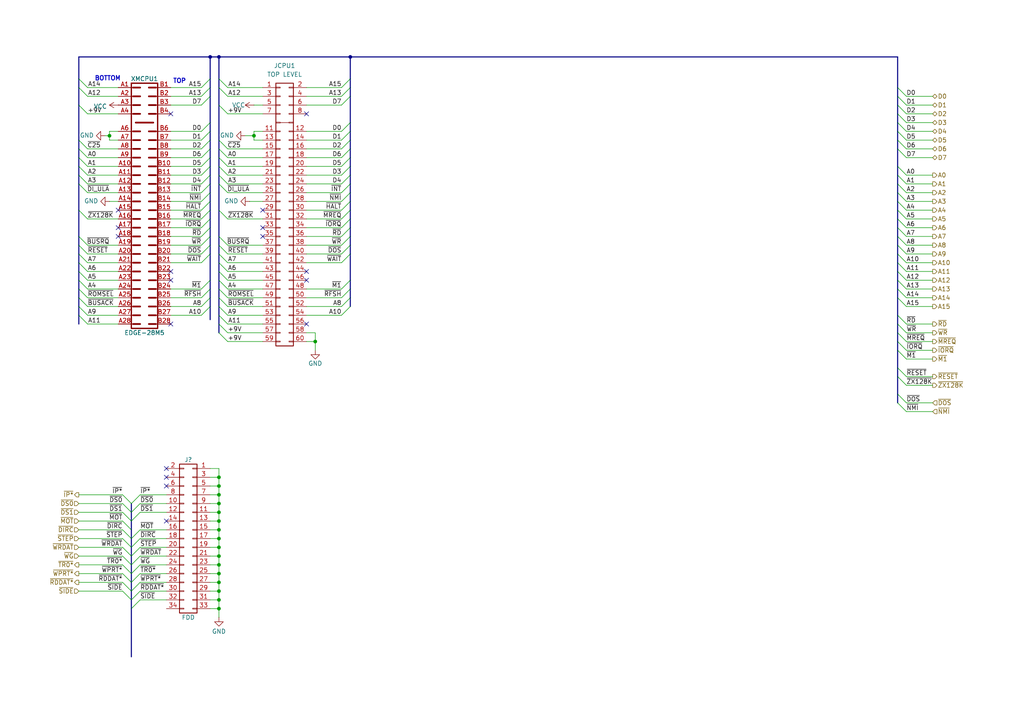
<source format=kicad_sch>
(kicad_sch (version 20231120) (generator "eeschema") (generator_version "8.0")
  (paper "A4")
  (title_block (title "ZX-Pentagon-Pereferal") (date "2024-03-19") (rev "0.01"))
  (lib_symbols
    (symbol "edge_lib:EDGE-28M5" (pin_names (offset 1.016))
      (property "Reference" "XM" (at 0 39.37 0))
      (property "Value" "EDGE-28M5" (at 0 -39.37 0))
      (symbol "EDGE-28M5_1_1"
        (pin passive line (at -7.62 34.29 0) (length 3.81) (name "~") (number "A1"))
        (pin passive line (at -7.62 11.43 0) (length 3.81) (name "~") (number "A10"))
        (pin passive line (at -7.62 8.89 0) (length 3.81) (name "~") (number "A11"))
        (pin passive line (at -7.62 6.35 0) (length 3.81) (name "~") (number "A12"))
        (pin passive line (at -7.62 3.81 0) (length 3.81) (name "~") (number "A13"))
        (pin passive line (at -7.62 1.27 0) (length 3.81) (name "~") (number "A14"))
        (pin passive line (at -7.62 -1.27 0) (length 3.81) (name "~") (number "A15"))
        (pin passive line (at -7.62 -3.81 0) (length 3.81) (name "~") (number "A16"))
        (pin passive line (at -7.62 -6.35 0) (length 3.81) (name "~") (number "A17"))
        (pin passive line (at -7.62 -8.89 0) (length 3.81) (name "~") (number "A18"))
        (pin passive line (at -7.62 -11.43 0) (length 3.81) (name "~") (number "A19"))
        (pin passive line (at -7.62 31.75 0) (length 3.81) (name "~") (number "A2"))
        (pin passive line (at -7.62 -13.97 0) (length 3.81) (name "~") (number "A20"))
        (pin passive line (at -7.62 -16.51 0) (length 3.81) (name "~") (number "A21"))
        (pin passive line (at -7.62 -19.05 0) (length 3.81) (name "~") (number "A22"))
        (pin passive line (at -7.62 -21.59 0) (length 3.81) (name "~") (number "A23"))
        (pin passive line (at -7.62 -24.13 0) (length 3.81) (name "~") (number "A24"))
        (pin passive line (at -7.62 -26.67 0) (length 3.81) (name "~") (number "A25"))
        (pin passive line (at -7.62 -29.21 0) (length 3.81) (name "~") (number "A26"))
        (pin passive line (at -7.62 -31.75 0) (length 3.81) (name "~") (number "A27"))
        (pin passive line (at -7.62 -34.29 0) (length 3.81) (name "~") (number "A28"))
        (pin passive line (at -7.62 29.21 0) (length 3.81) (name "~") (number "A3"))
        (pin passive line (at -7.62 26.67 0) (length 3.81) (name "~") (number "A4"))
        (pin passive line (at -7.62 21.59 0) (length 3.81) (name "~") (number "A6"))
        (pin passive line (at -7.62 19.05 0) (length 3.81) (name "~") (number "A7"))
        (pin passive line (at -7.62 16.51 0) (length 3.81) (name "~") (number "A8"))
        (pin passive line (at -7.62 13.97 0) (length 3.81) (name "~") (number "A9"))
        (pin passive line (at 7.62 34.29 180) (length 3.81) (name "~") (number "B1"))
        (pin passive line (at 7.62 11.43 180) (length 3.81) (name "~") (number "B10"))
        (pin passive line (at 7.62 8.89 180) (length 3.81) (name "~") (number "B11"))
        (pin passive line (at 7.62 6.35 180) (length 3.81) (name "~") (number "B12"))
        (pin passive line (at 7.62 3.81 180) (length 3.81) (name "~") (number "B13"))
        (pin passive line (at 7.62 1.27 180) (length 3.81) (name "~") (number "B14"))
        (pin passive line (at 7.62 -1.27 180) (length 3.81) (name "~") (number "B15"))
        (pin passive line (at 7.62 -3.81 180) (length 3.81) (name "~") (number "B16"))
        (pin passive line (at 7.62 -6.35 180) (length 3.81) (name "~") (number "B17"))
        (pin passive line (at 7.62 -8.89 180) (length 3.81) (name "~") (number "B18"))
        (pin passive line (at 7.62 -11.43 180) (length 3.81) (name "~") (number "B19"))
        (pin passive line (at 7.62 31.75 180) (length 3.81) (name "~") (number "B2"))
        (pin passive line (at 7.62 -13.97 180) (length 3.81) (name "~") (number "B20"))
        (pin passive line (at 7.62 -16.51 180) (length 3.81) (name "~") (number "B21"))
        (pin passive line (at 7.62 -19.05 180) (length 3.81) (name "~") (number "B22"))
        (pin passive line (at 7.62 -21.59 180) (length 3.81) (name "~") (number "B23"))
        (pin passive line (at 7.62 -24.13 180) (length 3.81) (name "~") (number "B24"))
        (pin passive line (at 7.62 -26.67 180) (length 3.81) (name "~") (number "B25"))
        (pin passive line (at 7.62 -29.21 180) (length 3.81) (name "~") (number "B26"))
        (pin passive line (at 7.62 -31.75 180) (length 3.81) (name "~") (number "B27"))
        (pin passive line (at 7.62 -34.29 180) (length 3.81) (name "~") (number "B28"))
        (pin passive line (at 7.62 29.21 180) (length 3.81) (name "~") (number "B3"))
        (pin passive line (at 7.62 26.67 180) (length 3.81) (name "~") (number "B4"))
        (pin passive line (at 7.62 21.59 180) (length 3.81) (name "~") (number "B6"))
        (pin passive line (at 7.62 19.05 180) (length 3.81) (name "~") (number "B7"))
        (pin passive line (at 7.62 16.51 180) (length 3.81) (name "~") (number "B8"))
        (pin passive line (at 7.62 13.97 180) (length 3.81) (name "~") (number "B9"))
      )
    )
    (symbol "power:GND" (power) (pin_numbers hide) (pin_names (offset 0) hide)
      (property "Value" "GND" (at 0 -3.81 0))
      (symbol "GND_1_1"
        (pin power_in line (at 0 0 270) (length 0) (name "~") (number "1"))
      )
    )
    (symbol "power:VCC" (power) (pin_numbers hide) (pin_names (offset 0) hide)
      (property "Value" "VCC" (at 0 3.556 0))
      (symbol "VCC_1_1"
        (pin power_in line (at 0 0 90) (length 0) (name "~") (number "1"))
      )
    )
    (symbol "zx_custom_symbol:Conn_02x17_Odd_Even" (pin_names (offset 1.016) hide)
      (property "Reference" "J" (at 0 22.86 0))
      (property "Value" "Conn_02x17_Odd_Even" (at 0 -22.86 0))
      (symbol "Conn_02x17_Odd_Even_1_1"
        (pin passive line (at -6.35 20.32 0) (length 3.81) (name "Pin_1") (number "1"))
        (pin passive line (at 6.35 10.16 180) (length 3.81) (name "Pin_10") (number "10"))
        (pin passive line (at -6.35 7.62 0) (length 3.81) (name "Pin_11") (number "11"))
        (pin passive line (at 6.35 7.62 180) (length 3.81) (name "Pin_12") (number "12"))
        (pin passive line (at -6.35 5.08 0) (length 3.81) (name "Pin_13") (number "13"))
        (pin passive line (at 6.35 5.08 180) (length 3.81) (name "Pin_14") (number "14"))
        (pin passive line (at -6.35 2.54 0) (length 3.81) (name "Pin_15") (number "15"))
        (pin passive line (at 6.35 2.54 180) (length 3.81) (name "Pin_16") (number "16"))
        (pin passive line (at -6.35 0 0) (length 3.81) (name "Pin_17") (number "17"))
        (pin passive line (at 6.35 0 180) (length 3.81) (name "Pin_18") (number "18"))
        (pin passive line (at -6.35 -2.54 0) (length 3.81) (name "Pin_19") (number "19"))
        (pin passive line (at 6.35 20.32 180) (length 3.81) (name "Pin_2") (number "2"))
        (pin passive line (at 6.35 -2.54 180) (length 3.81) (name "Pin_20") (number "20"))
        (pin passive line (at -6.35 -5.08 0) (length 3.81) (name "Pin_21") (number "21"))
        (pin passive line (at 6.35 -5.08 180) (length 3.81) (name "Pin_22") (number "22"))
        (pin passive line (at -6.35 -7.62 0) (length 3.81) (name "Pin_23") (number "23"))
        (pin passive line (at 6.35 -7.62 180) (length 3.81) (name "Pin_24") (number "24"))
        (pin passive line (at -6.35 -10.16 0) (length 3.81) (name "Pin_25") (number "25"))
        (pin passive line (at 6.35 -10.16 180) (length 3.81) (name "Pin_26") (number "26"))
        (pin passive line (at -6.35 -12.7 0) (length 3.81) (name "Pin_27") (number "27"))
        (pin passive line (at 6.35 -12.7 180) (length 3.81) (name "Pin_28") (number "28"))
        (pin passive line (at -6.35 -15.24 0) (length 3.81) (name "Pin_29") (number "29"))
        (pin passive line (at -6.35 17.78 0) (length 3.81) (name "Pin_3") (number "3"))
        (pin passive line (at 6.35 -15.24 180) (length 3.81) (name "Pin_30") (number "30"))
        (pin passive line (at -6.35 -17.78 0) (length 3.81) (name "Pin_31") (number "31"))
        (pin passive line (at 6.35 -17.78 180) (length 3.81) (name "Pin_32") (number "32"))
        (pin passive line (at -6.35 -20.32 0) (length 3.81) (name "Pin_33") (number "33"))
        (pin passive line (at 6.35 -20.32 180) (length 3.81) (name "Pin_34") (number "34"))
        (pin passive line (at 6.35 17.78 180) (length 3.81) (name "Pin_4") (number "4"))
        (pin passive line (at -6.35 15.24 0) (length 3.81) (name "Pin_5") (number "5"))
        (pin passive line (at 6.35 15.24 180) (length 3.81) (name "Pin_6") (number "6"))
        (pin passive line (at -6.35 12.7 0) (length 3.81) (name "Pin_7") (number "7"))
        (pin passive line (at 6.35 12.7 180) (length 3.81) (name "Pin_8") (number "8"))
        (pin passive line (at -6.35 10.16 0) (length 3.81) (name "Pin_9") (number "9"))
      )
    )
    (symbol "zx_custom_symbol:Conn_02x30" (pin_names (offset 1.016) hide)
      (property "Reference" "J" (at 0 39.37 0))
      (property "Value" "Conn_02x30" (at 0 -39.37 0))
      (symbol "Conn_02x30_1_1"
        (pin passive line (at -6.35 36.83 0) (length 3.81) (name "Pin_1") (number "1"))
        (pin passive line (at -6.35 24.13 0) (length 3.81) (name "Pin_11") (number "11"))
        (pin passive line (at 6.35 24.13 180) (length 3.81) (name "Pin_12") (number "12"))
        (pin passive line (at -6.35 21.59 0) (length 3.81) (name "Pin_13") (number "13"))
        (pin passive line (at 6.35 21.59 180) (length 3.81) (name "Pin_14") (number "14"))
        (pin passive line (at -6.35 19.05 0) (length 3.81) (name "Pin_15") (number "15"))
        (pin passive line (at 6.35 19.05 180) (length 3.81) (name "Pin_16") (number "16"))
        (pin passive line (at -6.35 16.51 0) (length 3.81) (name "Pin_17") (number "17"))
        (pin passive line (at 6.35 16.51 180) (length 3.81) (name "Pin_18") (number "18"))
        (pin passive line (at -6.35 13.97 0) (length 3.81) (name "Pin_19") (number "19"))
        (pin passive line (at 6.35 36.83 180) (length 3.81) (name "Pin_2") (number "2"))
        (pin passive line (at 6.35 13.97 180) (length 3.81) (name "Pin_20") (number "20"))
        (pin passive line (at -6.35 11.43 0) (length 3.81) (name "Pin_21") (number "21"))
        (pin passive line (at 6.35 11.43 180) (length 3.81) (name "Pin_22") (number "22"))
        (pin passive line (at -6.35 8.89 0) (length 3.81) (name "Pin_23") (number "23"))
        (pin passive line (at 6.35 8.89 180) (length 3.81) (name "Pin_24") (number "24"))
        (pin passive line (at -6.35 6.35 0) (length 3.81) (name "Pin_25") (number "25"))
        (pin passive line (at 6.35 6.35 180) (length 3.81) (name "Pin_26") (number "26"))
        (pin passive line (at -6.35 3.81 0) (length 3.81) (name "Pin_27") (number "27"))
        (pin passive line (at 6.35 3.81 180) (length 3.81) (name "Pin_28") (number "28"))
        (pin passive line (at -6.35 1.27 0) (length 3.81) (name "Pin_29") (number "29"))
        (pin passive line (at -6.35 34.29 0) (length 3.81) (name "Pin_3") (number "3"))
        (pin passive line (at 6.35 1.27 180) (length 3.81) (name "Pin_30") (number "30"))
        (pin passive line (at -6.35 -1.27 0) (length 3.81) (name "Pin_31") (number "31"))
        (pin passive line (at 6.35 -1.27 180) (length 3.81) (name "Pin_32") (number "32"))
        (pin passive line (at -6.35 -3.81 0) (length 3.81) (name "Pin_33") (number "33"))
        (pin passive line (at 6.35 -3.81 180) (length 3.81) (name "Pin_34") (number "34"))
        (pin passive line (at -6.35 -6.35 0) (length 3.81) (name "Pin_35") (number "35"))
        (pin passive line (at 6.35 -6.35 180) (length 3.81) (name "Pin_36") (number "36"))
        (pin passive line (at -6.35 -8.89 0) (length 3.81) (name "Pin_37") (number "37"))
        (pin passive line (at 6.35 -8.89 180) (length 3.81) (name "Pin_38") (number "38"))
        (pin passive line (at -6.35 -11.43 0) (length 3.81) (name "Pin_39") (number "39"))
        (pin passive line (at 6.35 34.29 180) (length 3.81) (name "Pin_4") (number "4"))
        (pin passive line (at 6.35 -11.43 180) (length 3.81) (name "Pin_40") (number "40"))
        (pin passive line (at -6.35 -13.97 0) (length 3.81) (name "Pin_41") (number "41"))
        (pin passive line (at 6.35 -13.97 180) (length 3.81) (name "Pin_42") (number "42"))
        (pin passive line (at -6.35 -16.51 0) (length 3.81) (name "Pin_43") (number "43"))
        (pin passive line (at 6.35 -16.51 180) (length 3.81) (name "Pin_44") (number "44"))
        (pin passive line (at -6.35 -19.05 0) (length 3.81) (name "Pin_45") (number "45"))
        (pin passive line (at 6.35 -19.05 180) (length 3.81) (name "Pin_46") (number "46"))
        (pin passive line (at -6.35 -21.59 0) (length 3.81) (name "Pin_47") (number "47"))
        (pin passive line (at 6.35 -21.59 180) (length 3.81) (name "Pin_48") (number "48"))
        (pin passive line (at -6.35 -24.13 0) (length 3.81) (name "Pin_49") (number "49"))
        (pin passive line (at -6.35 31.75 0) (length 3.81) (name "Pin_5") (number "5"))
        (pin passive line (at 6.35 -24.13 180) (length 3.81) (name "Pin_50") (number "50"))
        (pin passive line (at -6.35 -26.67 0) (length 3.81) (name "Pin_51") (number "51"))
        (pin passive line (at 6.35 -26.67 180) (length 3.81) (name "Pin_52") (number "52"))
        (pin passive line (at -6.35 -29.21 0) (length 3.81) (name "Pin_53") (number "53"))
        (pin passive line (at 6.35 -29.21 180) (length 3.81) (name "Pin_54") (number "54"))
        (pin passive line (at -6.35 -31.75 0) (length 3.81) (name "Pin_55") (number "55"))
        (pin passive line (at 6.35 -31.75 180) (length 3.81) (name "Pin_56") (number "56"))
        (pin passive line (at -6.35 -34.29 0) (length 3.81) (name "Pin_57") (number "57"))
        (pin passive line (at 6.35 -34.29 180) (length 3.81) (name "Pin_58") (number "58"))
        (pin passive line (at -6.35 -36.83 0) (length 3.81) (name "Pin_59") (number "59"))
        (pin passive line (at 6.35 31.75 180) (length 3.81) (name "Pin_6") (number "6"))
        (pin passive line (at 6.35 -36.83 180) (length 3.81) (name "Pin_60") (number "60"))
        (pin passive line (at -6.35 29.21 0) (length 3.81) (name "Pin_7") (number "7"))
        (pin passive line (at 6.35 29.21 180) (length 3.81) (name "Pin_8") (number "8"))
      )
    )
  )
  (junction (at 63.5 173.99))
  (junction (at 63.5 143.51))
  (junction (at 63.5 161.29))
  (junction (at 63.5 163.83))
  (junction (at 63.5 166.37))
  (junction (at 63.5 153.67))
  (junction (at 63.5 140.97))
  (junction (at 63.5 151.13))
  (junction (at 73.66 39.37))
  (junction (at 63.5 171.45))
  (junction (at 63.5 176.53))
  (junction (at 63.5 16.51))
  (junction (at 60.96 16.51))
  (junction (at 101.6 16.51))
  (junction (at 63.5 168.91))
  (junction (at 63.5 138.43))
  (junction (at 91.44 99.06))
  (junction (at 63.5 148.59))
  (junction (at 63.5 146.05))
  (junction (at 63.5 156.21))
  (junction (at 63.5 158.75))
  (junction (at 31.75 39.37))
  (no_connect (at 49.53 81.28))
  (no_connect (at 34.29 66.04))
  (no_connect (at 34.29 68.58))
  (no_connect (at 76.2 66.04))
  (no_connect (at 88.9 78.74))
  (no_connect (at 49.53 33.02))
  (no_connect (at 48.26 140.97))
  (no_connect (at 76.2 68.58))
  (no_connect (at 49.53 93.98))
  (no_connect (at 34.29 60.96))
  (no_connect (at 88.9 33.02))
  (no_connect (at 48.26 138.43))
  (no_connect (at 88.9 81.28))
  (no_connect (at 49.53 78.74))
  (no_connect (at 88.9 93.98))
  (no_connect (at 76.2 60.96))
  (no_connect (at 48.26 151.13))
  (no_connect (at 48.26 135.89))
  (bus_entry (at 63.5 76.2) (size 2.54 2.54))
  (bus_entry (at 60.96 27.94) (size -2.54 2.54))
  (bus_entry (at 260.35 66.04) (size 2.54 2.54))
  (bus_entry (at 40.64 173.99) (size -2.54 2.54))
  (bus_entry (at 35.56 156.21) (size 2.54 2.54))
  (bus_entry (at 63.5 43.18) (size 2.54 2.54))
  (bus_entry (at 40.64 146.05) (size -2.54 2.54))
  (bus_entry (at 101.6 40.64) (size -2.54 2.54))
  (bus_entry (at 35.56 146.05) (size 2.54 2.54))
  (bus_entry (at 22.86 45.72) (size 2.54 2.54))
  (bus_entry (at 35.56 143.51) (size 2.54 2.54))
  (bus_entry (at 35.56 166.37) (size 2.54 2.54))
  (bus_entry (at 260.35 33.02) (size 2.54 2.54))
  (bus_entry (at 40.64 148.59) (size -2.54 2.54))
  (bus_entry (at 63.5 88.9) (size 2.54 2.54))
  (bus_entry (at 35.56 158.75) (size 2.54 2.54))
  (bus_entry (at 22.86 91.44) (size 2.54 2.54))
  (bus_entry (at 63.5 25.4) (size 2.54 2.54))
  (bus_entry (at 60.96 63.5) (size -2.54 2.54))
  (bus_entry (at 22.86 22.86) (size 2.54 2.54))
  (bus_entry (at 63.5 68.58) (size 2.54 2.54))
  (bus_entry (at 101.6 55.88) (size -2.54 2.54))
  (bus_entry (at 63.5 93.98) (size 2.54 2.54))
  (bus_entry (at 35.56 168.91) (size 2.54 2.54))
  (bus_entry (at 60.96 50.8) (size -2.54 2.54))
  (bus_entry (at 260.35 48.26) (size 2.54 2.54))
  (bus_entry (at 63.5 73.66) (size 2.54 2.54))
  (bus_entry (at 40.64 171.45) (size -2.54 2.54))
  (bus_entry (at 101.6 48.26) (size -2.54 2.54))
  (bus_entry (at 101.6 38.1) (size -2.54 2.54))
  (bus_entry (at 60.96 38.1) (size -2.54 2.54))
  (bus_entry (at 60.96 60.96) (size -2.54 2.54))
  (bus_entry (at 260.35 43.18) (size 2.54 2.54))
  (bus_entry (at 22.86 86.36) (size 2.54 2.54))
  (bus_entry (at 63.5 45.72) (size 2.54 2.54))
  (bus_entry (at 101.6 25.4) (size -2.54 2.54))
  (bus_entry (at 60.96 68.58) (size -2.54 2.54))
  (bus_entry (at 22.86 48.26) (size 2.54 2.54))
  (bus_entry (at 101.6 86.36) (size -2.54 2.54))
  (bus_entry (at 25.4 63.5) (size -2.54 -2.54))
  (bus_entry (at 260.35 73.66) (size 2.54 2.54))
  (bus_entry (at 60.96 88.9) (size -2.54 2.54))
  (bus_entry (at 60.96 45.72) (size -2.54 2.54))
  (bus_entry (at 260.35 30.48) (size 2.54 2.54))
  (bus_entry (at 60.96 25.4) (size -2.54 2.54))
  (bus_entry (at 60.96 81.28) (size -2.54 2.54))
  (bus_entry (at 262.89 111.76) (size -2.54 -2.54))
  (bus_entry (at 260.35 60.96) (size 2.54 2.54))
  (bus_entry (at 101.6 35.56) (size -2.54 2.54))
  (bus_entry (at 101.6 60.96) (size -2.54 2.54))
  (bus_entry (at 101.6 58.42) (size -2.54 2.54))
  (bus_entry (at 22.86 50.8) (size 2.54 2.54))
  (bus_entry (at 63.5 48.26) (size 2.54 2.54))
  (bus_entry (at 260.35 76.2) (size 2.54 2.54))
  (bus_entry (at 40.64 153.67) (size -2.54 2.54))
  (bus_entry (at 22.86 81.28) (size 2.54 2.54))
  (bus_entry (at 101.6 88.9) (size -2.54 2.54))
  (bus_entry (at 60.96 48.26) (size -2.54 2.54))
  (bus_entry (at 60.96 53.34) (size -2.54 2.54))
  (bus_entry (at 35.56 151.13) (size 2.54 2.54))
  (bus_entry (at 260.35 27.94) (size 2.54 2.54))
  (bus_entry (at 260.35 50.8) (size 2.54 2.54))
  (bus_entry (at 22.86 78.74) (size 2.54 2.54))
  (bus_entry (at 260.35 35.56) (size 2.54 2.54))
  (bus_entry (at 260.35 40.64) (size 2.54 2.54))
  (bus_entry (at 260.35 55.88) (size 2.54 2.54))
  (bus_entry (at 63.5 53.34) (size 2.54 2.54))
  (bus_entry (at 22.86 40.64) (size 2.54 2.54))
  (bus_entry (at 63.5 83.82) (size 2.54 2.54))
  (bus_entry (at 22.86 43.18) (size 2.54 2.54))
  (bus_entry (at 35.56 163.83) (size 2.54 2.54))
  (bus_entry (at 260.35 68.58) (size 2.54 2.54))
  (bus_entry (at 260.35 114.3) (size 2.54 2.54))
  (bus_entry (at 101.6 43.18) (size -2.54 2.54))
  (bus_entry (at 260.35 71.12) (size 2.54 2.54))
  (bus_entry (at 101.6 27.94) (size -2.54 2.54))
  (bus_entry (at 60.96 35.56) (size -2.54 2.54))
  (bus_entry (at 35.56 171.45) (size 2.54 2.54))
  (bus_entry (at 63.5 91.44) (size 2.54 2.54))
  (bus_entry (at 260.35 93.98) (size 2.54 2.54))
  (bus_entry (at 260.35 86.36) (size 2.54 2.54))
  (bus_entry (at 63.5 40.64) (size 2.54 2.54))
  (bus_entry (at 35.56 161.29) (size 2.54 2.54))
  (bus_entry (at 260.35 53.34) (size 2.54 2.54))
  (bus_entry (at 60.96 66.04) (size -2.54 2.54))
  (bus_entry (at 101.6 53.34) (size -2.54 2.54))
  (bus_entry (at 22.86 83.82) (size 2.54 2.54))
  (bus_entry (at 60.96 83.82) (size -2.54 2.54))
  (bus_entry (at 260.35 106.68) (size 2.54 2.54))
  (bus_entry (at 60.96 40.64) (size -2.54 2.54))
  (bus_entry (at 22.86 25.4) (size 2.54 2.54))
  (bus_entry (at 22.86 71.12) (size 2.54 2.54))
  (bus_entry (at 101.6 68.58) (size -2.54 2.54))
  (bus_entry (at 63.5 22.86) (size 2.54 2.54))
  (bus_entry (at 22.86 88.9) (size 2.54 2.54))
  (bus_entry (at 260.35 38.1) (size 2.54 2.54))
  (bus_entry (at 101.6 71.12) (size -2.54 2.54))
  (bus_entry (at 101.6 81.28) (size -2.54 2.54))
  (bus_entry (at 60.96 58.42) (size -2.54 2.54))
  (bus_entry (at 260.35 96.52) (size 2.54 2.54))
  (bus_entry (at 260.35 91.44) (size 2.54 2.54))
  (bus_entry (at 63.5 71.12) (size 2.54 2.54))
  (bus_entry (at 40.64 156.21) (size -2.54 2.54))
  (bus_entry (at 63.5 86.36) (size 2.54 2.54))
  (bus_entry (at 101.6 63.5) (size -2.54 2.54))
  (bus_entry (at 101.6 83.82) (size -2.54 2.54))
  (bus_entry (at 63.5 96.52) (size 2.54 2.54))
  (bus_entry (at 40.64 143.51) (size -2.54 2.54))
  (bus_entry (at 63.5 81.28) (size 2.54 2.54))
  (bus_entry (at 260.35 25.4) (size 2.54 2.54))
  (bus_entry (at 60.96 73.66) (size -2.54 2.54))
  (bus_entry (at 60.96 22.86) (size -2.54 2.54))
  (bus_entry (at 101.6 50.8) (size -2.54 2.54))
  (bus_entry (at 260.35 116.84) (size 2.54 2.54))
  (bus_entry (at 260.35 101.6) (size 2.54 2.54))
  (bus_entry (at 40.64 161.29) (size -2.54 2.54))
  (bus_entry (at 40.64 163.83) (size -2.54 2.54))
  (bus_entry (at 60.96 71.12) (size -2.54 2.54))
  (bus_entry (at 101.6 66.04) (size -2.54 2.54))
  (bus_entry (at 66.04 63.5) (size -2.54 -2.54))
  (bus_entry (at 22.86 68.58) (size 2.54 2.54))
  (bus_entry (at 60.96 43.18) (size -2.54 2.54))
  (bus_entry (at 35.56 153.67) (size 2.54 2.54))
  (bus_entry (at 22.86 73.66) (size 2.54 2.54))
  (bus_entry (at 22.86 76.2) (size 2.54 2.54))
  (bus_entry (at 40.64 166.37) (size -2.54 2.54))
  (bus_entry (at 40.64 168.91) (size -2.54 2.54))
  (bus_entry (at 260.35 63.5) (size 2.54 2.54))
  (bus_entry (at 260.35 81.28) (size 2.54 2.54))
  (bus_entry (at 22.86 30.48) (size 2.54 2.54))
  (bus_entry (at 63.5 78.74) (size 2.54 2.54))
  (bus_entry (at 260.35 78.74) (size 2.54 2.54))
  (bus_entry (at 60.96 55.88) (size -2.54 2.54))
  (bus_entry (at 101.6 73.66) (size -2.54 2.54))
  (bus_entry (at 260.35 83.82) (size 2.54 2.54))
  (bus_entry (at 101.6 22.86) (size -2.54 2.54))
  (bus_entry (at 60.96 86.36) (size -2.54 2.54))
  (bus_entry (at 40.64 158.75) (size -2.54 2.54))
  (bus_entry (at 63.5 30.48) (size 2.54 2.54))
  (bus_entry (at 260.35 99.06) (size 2.54 2.54))
  (bus_entry (at 22.86 53.34) (size 2.54 2.54))
  (bus_entry (at 35.56 148.59) (size 2.54 2.54))
  (bus_entry (at 101.6 45.72) (size -2.54 2.54))
  (bus_entry (at 63.5 50.8) (size 2.54 2.54))
  (bus_entry (at 260.35 58.42) (size 2.54 2.54))
  (bus (pts (xy 101.6 71.12) (xy 101.6 73.66)))
  (bus (pts (xy 101.6 38.1) (xy 101.6 40.64)))
  (wire (pts (xy 40.64 171.45) (xy 48.26 171.45)))
  (wire (pts (xy 262.89 71.12) (xy 270.51 71.12)))
  (bus (pts (xy 260.35 30.48) (xy 260.35 33.02)))
  (wire (pts (xy 76.2 33.02) (xy 66.04 33.02)))
  (bus (pts (xy 260.35 76.2) (xy 260.35 78.74)))
  (wire (pts (xy 88.9 45.72) (xy 99.06 45.72)))
  (wire (pts (xy 60.96 163.83) (xy 63.5 163.83)))
  (wire (pts (xy 60.96 146.05) (xy 63.5 146.05)))
  (bus (pts (xy 63.5 83.82) (xy 63.5 86.36)))
  (bus (pts (xy 60.96 58.42) (xy 60.96 60.96)))
  (wire (pts (xy 63.5 148.59) (xy 63.5 151.13)))
  (wire (pts (xy 49.53 68.58) (xy 58.42 68.58)))
  (bus (pts (xy 60.96 50.8) (xy 60.96 53.34)))
  (wire (pts (xy 22.86 146.05) (xy 35.56 146.05)))
  (bus (pts (xy 101.6 35.56) (xy 101.6 38.1)))
  (wire (pts (xy 63.5 173.99) (xy 63.5 176.53)))
  (bus (pts (xy 101.6 86.36) (xy 101.6 88.9)))
  (wire (pts (xy 40.64 166.37) (xy 48.26 166.37)))
  (wire (pts (xy 88.9 68.58) (xy 99.06 68.58)))
  (wire (pts (xy 49.53 40.64) (xy 58.42 40.64)))
  (wire (pts (xy 63.5 151.13) (xy 63.5 153.67)))
  (wire (pts (xy 49.53 55.88) (xy 58.42 55.88)))
  (bus (pts (xy 60.96 16.51) (xy 63.5 16.51)))
  (bus (pts (xy 22.86 50.8) (xy 22.86 48.26)))
  (bus (pts (xy 101.6 27.94) (xy 101.6 35.56)))
  (bus (pts (xy 260.35 83.82) (xy 260.35 86.36)))
  (wire (pts (xy 262.89 66.04) (xy 270.51 66.04)))
  (bus (pts (xy 63.5 93.98) (xy 63.5 96.52)))
  (bus (pts (xy 60.96 16.51) (xy 60.96 22.86)))
  (wire (pts (xy 262.89 81.28) (xy 270.51 81.28)))
  (bus (pts (xy 260.35 48.26) (xy 260.35 50.8)))
  (wire (pts (xy 262.89 96.52) (xy 270.51 96.52)))
  (wire (pts (xy 49.53 53.34) (xy 58.42 53.34)))
  (wire (pts (xy 22.86 143.51) (xy 35.56 143.51)))
  (wire (pts (xy 88.9 91.44) (xy 99.06 91.44)))
  (bus (pts (xy 63.5 86.36) (xy 63.5 88.9)))
  (bus (pts (xy 260.35 66.04) (xy 260.35 68.58)))
  (wire (pts (xy 31.75 40.64) (xy 34.29 40.64)))
  (bus (pts (xy 101.6 16.51) (xy 101.6 22.86)))
  (wire (pts (xy 270.51 109.22) (xy 262.89 109.22)))
  (bus (pts (xy 38.1 173.99) (xy 38.1 176.53)))
  (wire (pts (xy 25.4 86.36) (xy 34.29 86.36)))
  (wire (pts (xy 262.89 63.5) (xy 270.51 63.5)))
  (wire (pts (xy 73.66 40.64) (xy 76.2 40.64)))
  (wire (pts (xy 262.89 30.48) (xy 270.51 30.48)))
  (bus (pts (xy 63.5 76.2) (xy 63.5 78.74)))
  (wire (pts (xy 34.29 27.94) (xy 25.4 27.94)))
  (wire (pts (xy 76.2 73.66) (xy 66.04 73.66)))
  (bus (pts (xy 22.86 93.98) (xy 22.86 91.44)))
  (wire (pts (xy 262.89 101.6) (xy 270.51 101.6)))
  (wire (pts (xy 22.86 153.67) (xy 35.56 153.67)))
  (bus (pts (xy 260.35 106.68) (xy 260.35 109.22)))
  (bus (pts (xy 60.96 27.94) (xy 60.96 35.56)))
  (wire (pts (xy 91.44 99.06) (xy 88.9 99.06)))
  (bus (pts (xy 60.96 48.26) (xy 60.96 50.8)))
  (wire (pts (xy 63.5 171.45) (xy 63.5 173.99)))
  (wire (pts (xy 40.64 153.67) (xy 48.26 153.67)))
  (bus (pts (xy 63.5 43.18) (xy 63.5 45.72)))
  (wire (pts (xy 60.96 135.89) (xy 63.5 135.89)))
  (wire (pts (xy 88.9 50.8) (xy 99.06 50.8)))
  (bus (pts (xy 38.1 156.21) (xy 38.1 158.75)))
  (bus (pts (xy 60.96 86.36) (xy 60.96 88.9)))
  (bus (pts (xy 60.96 53.34) (xy 60.96 55.88)))
  (wire (pts (xy 88.9 66.04) (xy 99.06 66.04)))
  (bus (pts (xy 63.5 45.72) (xy 63.5 48.26)))
  (wire (pts (xy 88.9 30.48) (xy 99.06 30.48)))
  (bus (pts (xy 38.1 148.59) (xy 38.1 151.13)))
  (wire (pts (xy 63.5 153.67) (xy 63.5 156.21)))
  (wire (pts (xy 40.64 158.75) (xy 48.26 158.75)))
  (bus (pts (xy 101.6 25.4) (xy 101.6 27.94)))
  (bus (pts (xy 60.96 71.12) (xy 60.96 73.66)))
  (wire (pts (xy 262.89 99.06) (xy 270.51 99.06)))
  (bus (pts (xy 101.6 81.28) (xy 101.6 83.82)))
  (bus (pts (xy 260.35 71.12) (xy 260.35 73.66)))
  (bus (pts (xy 101.6 66.04) (xy 101.6 68.58)))
  (wire (pts (xy 49.53 73.66) (xy 58.42 73.66)))
  (wire (pts (xy 76.2 93.98) (xy 66.04 93.98)))
  (wire (pts (xy 22.86 166.37) (xy 35.56 166.37)))
  (bus (pts (xy 60.96 43.18) (xy 60.96 45.72)))
  (bus (pts (xy 60.96 40.64) (xy 60.96 43.18)))
  (bus (pts (xy 260.35 60.96) (xy 260.35 63.5)))
  (wire (pts (xy 66.04 63.5) (xy 76.2 63.5)))
  (wire (pts (xy 63.5 140.97) (xy 63.5 143.51)))
  (bus (pts (xy 260.35 114.3) (xy 260.35 116.84)))
  (bus (pts (xy 101.6 60.96) (xy 101.6 63.5)))
  (bus (pts (xy 22.86 43.18) (xy 22.86 40.64)))
  (wire (pts (xy 60.96 168.91) (xy 63.5 168.91)))
  (bus (pts (xy 260.35 38.1) (xy 260.35 40.64)))
  (wire (pts (xy 88.9 86.36) (xy 99.06 86.36)))
  (bus (pts (xy 22.86 91.44) (xy 22.86 88.9)))
  (bus (pts (xy 101.6 40.64) (xy 101.6 43.18)))
  (wire (pts (xy 49.53 48.26) (xy 58.42 48.26)))
  (bus (pts (xy 101.6 58.42) (xy 101.6 60.96)))
  (bus (pts (xy 101.6 48.26) (xy 101.6 50.8)))
  (wire (pts (xy 88.9 27.94) (xy 99.06 27.94)))
  (wire (pts (xy 40.64 168.91) (xy 48.26 168.91)))
  (bus (pts (xy 60.96 63.5) (xy 60.96 66.04)))
  (wire (pts (xy 76.2 96.52) (xy 66.04 96.52)))
  (bus (pts (xy 22.86 53.34) (xy 22.86 50.8)))
  (bus (pts (xy 22.86 45.72) (xy 22.86 43.18)))
  (wire (pts (xy 22.86 148.59) (xy 35.56 148.59)))
  (wire (pts (xy 49.53 30.48) (xy 58.42 30.48)))
  (wire (pts (xy 88.9 55.88) (xy 99.06 55.88)))
  (wire (pts (xy 76.2 88.9) (xy 66.04 88.9)))
  (bus (pts (xy 260.35 43.18) (xy 260.35 48.26)))
  (wire (pts (xy 73.66 39.37) (xy 73.66 40.64)))
  (bus (pts (xy 63.5 60.96) (xy 63.5 68.58)))
  (wire (pts (xy 34.29 45.72) (xy 25.4 45.72)))
  (wire (pts (xy 34.29 78.74) (xy 25.4 78.74)))
  (wire (pts (xy 63.5 135.89) (xy 63.5 138.43)))
  (wire (pts (xy 88.9 73.66) (xy 99.06 73.66)))
  (bus (pts (xy 260.35 101.6) (xy 260.35 106.68)))
  (wire (pts (xy 76.2 76.2) (xy 66.04 76.2)))
  (wire (pts (xy 76.2 83.82) (xy 66.04 83.82)))
  (bus (pts (xy 22.86 83.82) (xy 22.86 81.28)))
  (bus (pts (xy 60.96 83.82) (xy 60.96 86.36)))
  (wire (pts (xy 76.2 58.42) (xy 72.39 58.42)))
  (wire (pts (xy 63.5 146.05) (xy 63.5 148.59)))
  (bus (pts (xy 260.35 40.64) (xy 260.35 43.18)))
  (bus (pts (xy 60.96 38.1) (xy 60.96 40.64)))
  (bus (pts (xy 63.5 16.51) (xy 63.5 22.86)))
  (bus (pts (xy 260.35 96.52) (xy 260.35 99.06)))
  (wire (pts (xy 76.2 78.74) (xy 66.04 78.74)))
  (bus (pts (xy 60.96 45.72) (xy 60.96 48.26)))
  (wire (pts (xy 88.9 25.4) (xy 99.06 25.4)))
  (bus (pts (xy 63.5 22.86) (xy 63.5 25.4)))
  (wire (pts (xy 88.9 38.1) (xy 99.06 38.1)))
  (wire (pts (xy 262.89 27.94) (xy 270.51 27.94)))
  (wire (pts (xy 262.89 40.64) (xy 270.51 40.64)))
  (bus (pts (xy 60.96 66.04) (xy 60.96 68.58)))
  (wire (pts (xy 40.64 148.59) (xy 48.26 148.59)))
  (bus (pts (xy 22.86 76.2) (xy 22.86 73.66)))
  (bus (pts (xy 101.6 45.72) (xy 101.6 48.26)))
  (wire (pts (xy 262.89 35.56) (xy 270.51 35.56)))
  (wire (pts (xy 31.75 38.1) (xy 31.75 39.37)))
  (wire (pts (xy 71.12 39.37) (xy 73.66 39.37)))
  (bus (pts (xy 101.6 68.58) (xy 101.6 71.12)))
  (wire (pts (xy 49.53 50.8) (xy 58.42 50.8)))
  (wire (pts (xy 88.9 40.64) (xy 99.06 40.64)))
  (wire (pts (xy 34.29 43.18) (xy 25.4 43.18)))
  (wire (pts (xy 262.89 119.38) (xy 270.51 119.38)))
  (bus (pts (xy 260.35 25.4) (xy 260.35 27.94)))
  (bus (pts (xy 101.6 53.34) (xy 101.6 55.88)))
  (wire (pts (xy 49.53 43.18) (xy 58.42 43.18)))
  (wire (pts (xy 22.86 161.29) (xy 35.56 161.29)))
  (bus (pts (xy 63.5 53.34) (xy 63.5 60.96)))
  (wire (pts (xy 49.53 27.94) (xy 58.42 27.94)))
  (wire (pts (xy 262.89 68.58) (xy 270.51 68.58)))
  (wire (pts (xy 60.96 138.43) (xy 63.5 138.43)))
  (bus (pts (xy 63.5 25.4) (xy 63.5 30.48)))
  (wire (pts (xy 63.5 176.53) (xy 63.5 179.07)))
  (wire (pts (xy 40.64 143.51) (xy 48.26 143.51)))
  (wire (pts (xy 49.53 38.1) (xy 58.42 38.1)))
  (bus (pts (xy 60.96 88.9) (xy 60.96 92.71)))
  (bus (pts (xy 22.86 71.12) (xy 22.86 68.58)))
  (bus (pts (xy 22.86 81.28) (xy 22.86 78.74)))
  (bus (pts (xy 22.86 25.4) (xy 22.86 22.86)))
  (wire (pts (xy 88.9 48.26) (xy 99.06 48.26)))
  (bus (pts (xy 22.86 40.64) (xy 22.86 30.48)))
  (bus (pts (xy 260.35 58.42) (xy 260.35 60.96)))
  (wire (pts (xy 88.9 88.9) (xy 99.06 88.9)))
  (wire (pts (xy 262.89 38.1) (xy 270.51 38.1)))
  (wire (pts (xy 262.89 111.76) (xy 270.51 111.76)))
  (wire (pts (xy 34.29 71.12) (xy 25.4 71.12)))
  (bus (pts (xy 22.86 22.86) (xy 22.86 16.51)))
  (bus (pts (xy 63.5 88.9) (xy 63.5 91.44)))
  (wire (pts (xy 88.9 43.18) (xy 99.06 43.18)))
  (wire (pts (xy 49.53 66.04) (xy 58.42 66.04)))
  (wire (pts (xy 49.53 60.96) (xy 58.42 60.96)))
  (wire (pts (xy 73.66 30.48) (xy 76.2 30.48)))
  (bus (pts (xy 22.86 16.51) (xy 60.96 16.51)))
  (wire (pts (xy 34.29 55.88) (xy 25.4 55.88)))
  (bus (pts (xy 260.35 81.28) (xy 260.35 83.82)))
  (bus (pts (xy 63.5 81.28) (xy 63.5 83.82)))
  (wire (pts (xy 34.29 33.02) (xy 25.4 33.02)))
  (bus (pts (xy 101.6 50.8) (xy 101.6 53.34)))
  (wire (pts (xy 34.29 93.98) (xy 25.4 93.98)))
  (wire (pts (xy 262.89 83.82) (xy 270.51 83.82)))
  (bus (pts (xy 63.5 50.8) (xy 63.5 53.34)))
  (wire (pts (xy 22.86 163.83) (xy 35.56 163.83)))
  (wire (pts (xy 30.48 39.37) (xy 31.75 39.37)))
  (bus (pts (xy 260.35 91.44) (xy 260.35 93.98)))
  (wire (pts (xy 49.53 83.82) (xy 58.42 83.82)))
  (wire (pts (xy 76.2 71.12) (xy 66.04 71.12)))
  (wire (pts (xy 25.4 63.5) (xy 34.29 63.5)))
  (wire (pts (xy 73.66 38.1) (xy 73.66 39.37)))
  (bus (pts (xy 38.1 166.37) (xy 38.1 168.91)))
  (wire (pts (xy 76.2 25.4) (xy 66.04 25.4)))
  (bus (pts (xy 38.1 151.13) (xy 38.1 153.67)))
  (bus (pts (xy 22.86 68.58) (xy 22.86 60.96)))
  (wire (pts (xy 60.96 171.45) (xy 63.5 171.45)))
  (wire (pts (xy 60.96 143.51) (xy 63.5 143.51)))
  (wire (pts (xy 63.5 168.91) (xy 63.5 171.45)))
  (wire (pts (xy 40.64 173.99) (xy 48.26 173.99)))
  (wire (pts (xy 262.89 93.98) (xy 270.51 93.98)))
  (bus (pts (xy 260.35 99.06) (xy 260.35 101.6)))
  (wire (pts (xy 76.2 43.18) (xy 66.04 43.18)))
  (bus (pts (xy 38.1 153.67) (xy 38.1 156.21)))
  (wire (pts (xy 88.9 60.96) (xy 99.06 60.96)))
  (bus (pts (xy 101.6 63.5) (xy 101.6 66.04)))
  (wire (pts (xy 49.53 71.12) (xy 58.42 71.12)))
  (wire (pts (xy 76.2 27.94) (xy 66.04 27.94)))
  (bus (pts (xy 260.35 86.36) (xy 260.35 91.44)))
  (wire (pts (xy 262.89 53.34) (xy 270.51 53.34)))
  (wire (pts (xy 60.96 153.67) (xy 63.5 153.67)))
  (wire (pts (xy 76.2 91.44) (xy 66.04 91.44)))
  (wire (pts (xy 262.89 55.88) (xy 270.51 55.88)))
  (bus (pts (xy 63.5 71.12) (xy 63.5 73.66)))
  (bus (pts (xy 63.5 78.74) (xy 63.5 81.28)))
  (wire (pts (xy 262.89 88.9) (xy 270.51 88.9)))
  (wire (pts (xy 22.86 151.13) (xy 35.56 151.13)))
  (wire (pts (xy 76.2 38.1) (xy 73.66 38.1)))
  (wire (pts (xy 34.29 88.9) (xy 25.4 88.9)))
  (wire (pts (xy 60.96 148.59) (xy 63.5 148.59)))
  (wire (pts (xy 34.29 48.26) (xy 25.4 48.26)))
  (wire (pts (xy 76.2 48.26) (xy 66.04 48.26)))
  (bus (pts (xy 101.6 43.18) (xy 101.6 45.72)))
  (wire (pts (xy 31.75 39.37) (xy 31.75 40.64)))
  (wire (pts (xy 262.89 50.8) (xy 270.51 50.8)))
  (bus (pts (xy 260.35 73.66) (xy 260.35 76.2)))
  (bus (pts (xy 260.35 53.34) (xy 260.35 55.88)))
  (bus (pts (xy 260.35 33.02) (xy 260.35 35.56)))
  (wire (pts (xy 91.44 101.6) (xy 91.44 99.06)))
  (bus (pts (xy 22.86 60.96) (xy 22.86 53.34)))
  (bus (pts (xy 101.6 73.66) (xy 101.6 81.28)))
  (bus (pts (xy 63.5 68.58) (xy 63.5 71.12)))
  (bus (pts (xy 260.35 50.8) (xy 260.35 53.34)))
  (wire (pts (xy 34.29 83.82) (xy 25.4 83.82)))
  (bus (pts (xy 60.96 55.88) (xy 60.96 58.42)))
  (bus (pts (xy 260.35 16.51) (xy 260.35 25.4)))
  (wire (pts (xy 63.5 158.75) (xy 63.5 161.29)))
  (wire (pts (xy 34.29 58.42) (xy 31.75 58.42)))
  (bus (pts (xy 260.35 63.5) (xy 260.35 66.04)))
  (wire (pts (xy 262.89 104.14) (xy 270.51 104.14)))
  (bus (pts (xy 60.96 22.86) (xy 60.96 25.4)))
  (wire (pts (xy 63.5 161.29) (xy 63.5 163.83)))
  (bus (pts (xy 22.86 78.74) (xy 22.86 76.2)))
  (wire (pts (xy 63.5 143.51) (xy 63.5 146.05)))
  (bus (pts (xy 22.86 73.66) (xy 22.86 71.12)))
  (wire (pts (xy 60.96 161.29) (xy 63.5 161.29)))
  (bus (pts (xy 260.35 35.56) (xy 260.35 38.1)))
  (wire (pts (xy 34.29 50.8) (xy 25.4 50.8)))
  (bus (pts (xy 22.86 48.26) (xy 22.86 45.72)))
  (wire (pts (xy 262.89 73.66) (xy 270.51 73.66)))
  (wire (pts (xy 22.86 156.21) (xy 35.56 156.21)))
  (bus (pts (xy 260.35 68.58) (xy 260.35 71.12)))
  (bus (pts (xy 63.5 16.51) (xy 101.6 16.51)))
  (bus (pts (xy 38.1 161.29) (xy 38.1 163.83)))
  (bus (pts (xy 22.86 88.9) (xy 22.86 86.36)))
  (wire (pts (xy 60.96 176.53) (xy 63.5 176.53)))
  (bus (pts (xy 260.35 93.98) (xy 260.35 96.52)))
  (wire (pts (xy 88.9 96.52) (xy 91.44 96.52)))
  (wire (pts (xy 40.64 156.21) (xy 48.26 156.21)))
  (wire (pts (xy 262.89 43.18) (xy 270.51 43.18)))
  (wire (pts (xy 34.29 91.44) (xy 25.4 91.44)))
  (bus (pts (xy 60.96 73.66) (xy 60.96 81.28)))
  (bus (pts (xy 260.35 55.88) (xy 260.35 58.42)))
  (wire (pts (xy 262.89 58.42) (xy 270.51 58.42)))
  (wire (pts (xy 88.9 63.5) (xy 99.06 63.5)))
  (wire (pts (xy 34.29 73.66) (xy 25.4 73.66)))
  (wire (pts (xy 262.89 116.84) (xy 270.51 116.84)))
  (wire (pts (xy 76.2 45.72) (xy 66.04 45.72)))
  (wire (pts (xy 88.9 58.42) (xy 99.06 58.42)))
  (wire (pts (xy 262.89 86.36) (xy 270.51 86.36)))
  (wire (pts (xy 34.29 76.2) (xy 25.4 76.2)))
  (wire (pts (xy 49.53 25.4) (xy 58.42 25.4)))
  (wire (pts (xy 60.96 166.37) (xy 63.5 166.37)))
  (wire (pts (xy 88.9 76.2) (xy 99.06 76.2)))
  (wire (pts (xy 91.44 96.52) (xy 91.44 99.06)))
  (wire (pts (xy 262.89 78.74) (xy 270.51 78.74)))
  (bus (pts (xy 22.86 30.48) (xy 22.86 25.4)))
  (wire (pts (xy 76.2 99.06) (xy 66.04 99.06)))
  (wire (pts (xy 60.96 151.13) (xy 63.5 151.13)))
  (wire (pts (xy 60.96 158.75) (xy 63.5 158.75)))
  (bus (pts (xy 38.1 158.75) (xy 38.1 161.29)))
  (bus (pts (xy 60.96 35.56) (xy 60.96 38.1)))
  (bus (pts (xy 60.96 60.96) (xy 60.96 63.5)))
  (bus (pts (xy 101.6 22.86) (xy 101.6 25.4)))
  (wire (pts (xy 49.53 58.42) (xy 58.42 58.42)))
  (wire (pts (xy 76.2 50.8) (xy 66.04 50.8)))
  (wire (pts (xy 63.5 138.43) (xy 63.5 140.97)))
  (wire (pts (xy 262.89 33.02) (xy 270.51 33.02)))
  (bus (pts (xy 63.5 30.48) (xy 63.5 40.64)))
  (bus (pts (xy 22.86 86.36) (xy 22.86 83.82)))
  (bus (pts (xy 38.1 171.45) (xy 38.1 173.99)))
  (bus (pts (xy 101.6 83.82) (xy 101.6 86.36)))
  (bus (pts (xy 60.96 81.28) (xy 60.96 83.82)))
  (wire (pts (xy 40.64 163.83) (xy 48.26 163.83)))
  (bus (pts (xy 63.5 40.64) (xy 63.5 43.18)))
  (wire (pts (xy 262.89 60.96) (xy 270.51 60.96)))
  (wire (pts (xy 40.64 161.29) (xy 48.26 161.29)))
  (bus (pts (xy 101.6 55.88) (xy 101.6 58.42)))
  (wire (pts (xy 88.9 71.12) (xy 99.06 71.12)))
  (wire (pts (xy 49.53 45.72) (xy 58.42 45.72)))
  (wire (pts (xy 49.53 76.2) (xy 58.42 76.2)))
  (wire (pts (xy 49.53 86.36) (xy 58.42 86.36)))
  (wire (pts (xy 34.29 53.34) (xy 25.4 53.34)))
  (wire (pts (xy 76.2 86.36) (xy 66.04 86.36)))
  (bus (pts (xy 63.5 91.44) (xy 63.5 93.98)))
  (wire (pts (xy 49.53 88.9) (xy 58.42 88.9)))
  (bus (pts (xy 38.1 176.53) (xy 38.1 190.5)))
  (wire (pts (xy 22.86 168.91) (xy 35.56 168.91)))
  (bus (pts (xy 260.35 78.74) (xy 260.35 81.28)))
  (bus (pts (xy 60.96 25.4) (xy 60.96 27.94)))
  (wire (pts (xy 63.5 166.37) (xy 63.5 168.91)))
  (wire (pts (xy 60.96 140.97) (xy 63.5 140.97)))
  (wire (pts (xy 49.53 63.5) (xy 58.42 63.5)))
  (bus (pts (xy 63.5 73.66) (xy 63.5 76.2)))
  (bus (pts (xy 60.96 68.58) (xy 60.96 71.12)))
  (wire (pts (xy 88.9 83.82) (xy 99.06 83.82)))
  (wire (pts (xy 88.9 53.34) (xy 99.06 53.34)))
  (wire (pts (xy 63.5 163.83) (xy 63.5 166.37)))
  (wire (pts (xy 40.64 146.05) (xy 48.26 146.05)))
  (wire (pts (xy 76.2 53.34) (xy 66.04 53.34)))
  (bus (pts (xy 260.35 109.22) (xy 260.35 114.3)))
  (bus (pts (xy 38.1 146.05) (xy 38.1 148.59)))
  (bus (pts (xy 38.1 168.91) (xy 38.1 171.45)))
  (wire (pts (xy 34.29 38.1) (xy 31.75 38.1)))
  (wire (pts (xy 60.96 156.21) (xy 63.5 156.21)))
  (wire (pts (xy 76.2 55.88) (xy 66.04 55.88)))
  (wire (pts (xy 262.89 45.72) (xy 270.51 45.72)))
  (wire (pts (xy 60.96 173.99) (xy 63.5 173.99)))
  (wire (pts (xy 76.2 81.28) (xy 66.04 81.28)))
  (bus (pts (xy 101.6 16.51) (xy 260.35 16.51)))
  (wire (pts (xy 34.29 81.28) (xy 25.4 81.28)))
  (wire (pts (xy 262.89 76.2) (xy 270.51 76.2)))
  (bus (pts (xy 63.5 48.26) (xy 63.5 50.8)))
  (wire (pts (xy 63.5 156.21) (xy 63.5 158.75)))
  (wire (pts (xy 34.29 25.4) (xy 25.4 25.4)))
  (bus (pts (xy 38.1 163.83) (xy 38.1 166.37)))
  (wire (pts (xy 49.53 91.44) (xy 58.42 91.44)))
  (wire (pts (xy 22.86 158.75) (xy 35.56 158.75)))
  (bus (pts (xy 260.35 27.94) (xy 260.35 30.48)))
  (wire (pts (xy 22.86 171.45) (xy 35.56 171.45)))
  (text "TOP" (at 52.07 23.622 0) (effects (font (size 1.27 1.27) (thickness 0.254) (bold yes))))
  (text "BOTTOM" (at 31.242 22.86 0) (effects (font (size 1.27 1.27) (thickness 0.254) (bold yes))))
  (label "A6" (at 68.58 78.74 180))
  (label "D6" (at 58.42 45.72 180))
  (label "A5" (at 68.58 81.28 180))
  (label "~{BUSRQ}" (at 72.39 71.12 180))
  (label "D7" (at 58.42 30.48 180))
  (label "~{NMI}" (at 262.89 119.38 0))
  (label "A12" (at 262.89 81.28 0))
  (label "A7" (at 262.89 68.58 0))
  (label "~{DI_ULA}" (at 72.39 55.88 180))
  (label "D7" (at 262.89 45.72 0))
  (label "~{DOS}" (at 262.89 116.84 0))
  (label "~{WPRT*}" (at 35.56 166.37 180))
  (label "~{TR0*}" (at 40.64 166.37 0))
  (label "A6" (at 262.89 66.04 0))
  (label "~{IP*}" (at 35.56 143.51 180))
  (label "A8" (at 262.89 71.12 0))
  (label "A0" (at 68.58 45.72 180))
  (label "A4" (at 68.58 83.82 180))
  (label "A7" (at 27.94 76.2 180))
  (label "~{WR}" (at 262.89 96.52 0))
  (label "~{MOT}" (at 35.56 151.13 180))
  (label "~{INT}" (at 99.06 55.88 180))
  (label "~{IORQ}" (at 58.42 66.04 180))
  (label "A3" (at 262.89 58.42 0))
  (label "~{ROMSEL}" (at 25.4 86.36 0))
  (label "~{RESET}" (at 25.4 73.66 0))
  (label "~{ZX128K}" (at 66.04 63.5 0))
  (label "~{M1}" (at 58.42 83.82 180))
  (label "A2" (at 68.58 50.8 180))
  (label "~{BUSACK}" (at 25.4 88.9 0))
  (label "~{STEP}" (at 35.56 156.21 180))
  (label "+9V" (at 66.04 33.02 0))
  (label "~{SIDE}" (at 40.64 173.99 0))
  (label "D5" (at 262.89 40.64 0))
  (label "~{NMI}" (at 58.42 58.42 180))
  (label "D1" (at 99.06 40.64 180))
  (label "D3" (at 262.89 35.56 0))
  (label "~{RFSH}" (at 58.42 86.36 180))
  (label "A13" (at 262.89 83.82 0))
  (label "+9V" (at 25.4 33.02 0))
  (label "A3" (at 27.94 53.34 180))
  (label "D0" (at 58.42 38.1 180))
  (label "~{RESET}" (at 66.04 73.66 0))
  (label "A0" (at 262.89 50.8 0))
  (label "A1" (at 27.94 48.26 180))
  (label "A13" (at 99.06 27.94 180))
  (label "D6" (at 262.89 43.18 0))
  (label "~{RDDAT*}" (at 35.56 168.91 180))
  (label "A11" (at 69.85 93.98 180))
  (label "A0" (at 27.94 45.72 180))
  (label "~{MREQ}" (at 99.06 63.5 180))
  (label "~{DS0}" (at 40.64 146.05 0))
  (label "+9V" (at 66.04 99.06 0))
  (label "D5" (at 99.06 48.26 180))
  (label "A7" (at 68.58 76.2 180))
  (label "~{MOT}" (at 40.64 153.67 0))
  (label "D0" (at 262.89 27.94 0))
  (label "~{DIRC}" (at 40.64 156.21 0))
  (label "~{WR}" (at 58.42 71.12 180))
  (label "~{C25}" (at 29.21 43.18 180))
  (label "D5" (at 58.42 48.26 180))
  (label "A2" (at 27.94 50.8 180))
  (label "~{DOS}" (at 99.06 73.66 180))
  (label "~{C25}" (at 69.85 43.18 180))
  (label "D4" (at 262.89 38.1 0))
  (label "D3" (at 58.42 50.8 180))
  (label "A5" (at 27.94 81.28 180))
  (label "~{TR0*}" (at 35.56 163.83 180))
  (label "~{WR}" (at 99.06 71.12 180))
  (label "~{ROMSEL}" (at 66.04 86.36 0))
  (label "A1" (at 68.58 48.26 180))
  (label "~{WAIT}" (at 58.42 76.2 180))
  (label "A1" (at 262.89 53.34 0))
  (label "~{STEP}" (at 40.64 158.75 0))
  (label "~{RESET}" (at 262.89 109.22 0))
  (label "A10" (at 58.42 91.44 180))
  (label "A11" (at 262.89 78.74 0))
  (label "A10" (at 262.89 76.2 0))
  (label "~{RD}" (at 262.89 93.98 0))
  (label "A6" (at 27.94 78.74 180))
  (label "~{WPRT*}" (at 40.64 168.91 0))
  (label "~{RD}" (at 99.06 68.58 180))
  (label "D6" (at 99.06 45.72 180))
  (label "~{NMI}" (at 99.06 58.42 180))
  (label "A15" (at 58.42 25.4 180))
  (label "A9" (at 27.94 91.44 180))
  (label "~{BUSRQ}" (at 31.75 71.12 180))
  (label "~{M1}" (at 262.89 104.14 0))
  (label "~{INT}" (at 58.42 55.88 180))
  (label "D1" (at 262.89 30.48 0))
  (label "~{HALT}" (at 58.42 60.96 180))
  (label "~{WG}" (at 40.64 163.83 0))
  (label "A4" (at 262.89 60.96 0))
  (label "~{IP*}" (at 40.64 143.51 0))
  (label "A5" (at 262.89 63.5 0))
  (label "A11" (at 29.21 93.98 180))
  (label "~{M1}" (at 99.06 83.82 180))
  (label "~{HALT}" (at 99.06 60.96 180))
  (label "A4" (at 27.94 83.82 180))
  (label "~{MREQ}" (at 262.89 99.06 0))
  (label "~{IORQ}" (at 99.06 66.04 180))
  (label "D4" (at 58.42 53.34 180))
  (label "~{WAIT}" (at 99.06 76.2 180))
  (label "A3" (at 68.58 53.34 180))
  (label "+9V" (at 66.04 96.52 0))
  (label "A14" (at 69.85 25.4 180))
  (label "D1" (at 58.42 40.64 180))
  (label "~{DIRC}" (at 35.56 153.67 180))
  (label "~{DS1}" (at 35.56 148.59 180))
  (label "~{WG}" (at 35.56 161.29 180))
  (label "A9" (at 68.58 91.44 180))
  (label "D3" (at 99.06 50.8 180))
  (label "A9" (at 262.89 73.66 0))
  (label "A8" (at 58.42 88.9 180))
  (label "~{BUSACK}" (at 66.04 88.9 0))
  (label "D2" (at 99.06 43.18 180))
  (label "A14" (at 262.89 86.36 0))
  (label "D2" (at 58.42 43.18 180))
  (label "D4" (at 99.06 53.34 180))
  (label "A12" (at 29.21 27.94 180))
  (label "~{SIDE}" (at 35.56 171.45 180))
  (label "~{RDDAT*}" (at 40.64 171.45 0))
  (label "D7" (at 99.06 30.48 180))
  (label "~{WRDAT}" (at 35.56 158.75 180))
  (label "A8" (at 99.06 88.9 180))
  (label "~{IORQ}" (at 262.89 101.6 0))
  (label "A12" (at 69.85 27.94 180))
  (label "A2" (at 262.89 55.88 0))
  (label "~{DI_ULA}" (at 31.75 55.88 180))
  (label "D0" (at 99.06 38.1 180))
  (label "A15" (at 99.06 25.4 180))
  (label "~{DS0}" (at 35.56 146.05 180))
  (label "~{ZX128K}" (at 262.89 111.76 0))
  (label "A10" (at 99.06 91.44 180))
  (label "A15" (at 262.89 88.9 0))
  (label "A14" (at 29.21 25.4 180))
  (label "~{DS1}" (at 40.64 148.59 0))
  (label "~{WRDAT}" (at 40.64 161.29 0))
  (label "~{RFSH}" (at 99.06 86.36 180))
  (label "A13" (at 58.42 27.94 180))
  (label "~{DOS}" (at 58.42 73.66 180))
  (label "~{MREQ}" (at 58.42 63.5 180))
  (label "~{RD}" (at 58.42 68.58 180))
  (label "D2" (at 262.89 33.02 0))
  (label "~{ZX128K}" (at 25.4 63.5 0))
  (hierarchical_label "~{STEP}" (shape input) (at 22.86 156.21 180))
  (hierarchical_label "~{WRDAT}" (shape input) (at 22.86 158.75 180))
  (hierarchical_label "~{NMI}" (shape input) (at 270.51 119.38 0))
  (hierarchical_label "A2" (shape output) (at 270.51 55.88 0))
  (hierarchical_label "~{DS1}" (shape input) (at 22.86 148.59 180))
  (hierarchical_label "D1" (shape bidirectional) (at 270.51 30.48 0))
  (hierarchical_label "~{MREQ}" (shape output) (at 270.51 99.06 0))
  (hierarchical_label "~{WPRT*}" (shape output) (at 22.86 166.37 180))
  (hierarchical_label "~{WR}" (shape output) (at 270.51 96.52 0))
  (hierarchical_label "D3" (shape bidirectional) (at 270.51 35.56 0))
  (hierarchical_label "~{DS0}" (shape input) (at 22.86 146.05 180))
  (hierarchical_label "D2" (shape bidirectional) (at 270.51 33.02 0))
  (hierarchical_label "A11" (shape output) (at 270.51 78.74 0))
  (hierarchical_label "D7" (shape bidirectional) (at 270.51 45.72 0))
  (hierarchical_label "A5" (shape output) (at 270.51 63.5 0))
  (hierarchical_label "A12" (shape output) (at 270.51 81.28 0))
  (hierarchical_label "A8" (shape output) (at 270.51 71.12 0))
  (hierarchical_label "~{RESET}" (shape output) (at 270.51 109.22 0))
  (hierarchical_label "A6" (shape output) (at 270.51 66.04 0))
  (hierarchical_label "~{RD}" (shape output) (at 270.51 93.98 0))
  (hierarchical_label "A7" (shape output) (at 270.51 68.58 0))
  (hierarchical_label "A15" (shape output) (at 270.51 88.9 0))
  (hierarchical_label "D0" (shape bidirectional) (at 270.51 27.94 0))
  (hierarchical_label "~{RDDAT*}" (shape output) (at 22.86 168.91 180))
  (hierarchical_label "~{SIDE}" (shape input) (at 22.86 171.45 180))
  (hierarchical_label "~{DOS}" (shape input) (at 270.51 116.84 0))
  (hierarchical_label "A9" (shape output) (at 270.51 73.66 0))
  (hierarchical_label "D4" (shape bidirectional) (at 270.51 38.1 0))
  (hierarchical_label "~{WG}" (shape input) (at 22.86 161.29 180))
  (hierarchical_label "A0" (shape output) (at 270.51 50.8 0))
  (hierarchical_label "D5" (shape bidirectional) (at 270.51 40.64 0))
  (hierarchical_label "~{TR0*}" (shape output) (at 22.86 163.83 180))
  (hierarchical_label "~{M1}" (shape output) (at 270.51 104.14 0))
  (hierarchical_label "D6" (shape bidirectional) (at 270.51 43.18 0))
  (hierarchical_label "A13" (shape output) (at 270.51 83.82 0))
  (hierarchical_label "A4" (shape output) (at 270.51 60.96 0))
  (hierarchical_label "A1" (shape output) (at 270.51 53.34 0))
  (hierarchical_label "~{ZX128K}" (shape output) (at 270.51 111.76 0))
  (hierarchical_label "~{MOT}" (shape input) (at 22.86 151.13 180))
  (hierarchical_label "A10" (shape output) (at 270.51 76.2 0))
  (hierarchical_label "A14" (shape output) (at 270.51 86.36 0))
  (hierarchical_label "~{IORQ}" (shape output) (at 270.51 101.6 0))
  (hierarchical_label "~{DIRC}" (shape input) (at 22.86 153.67 180))
  (hierarchical_label "A3" (shape output) (at 270.51 58.42 0))
  (hierarchical_label "~{IP*}" (shape output) (at 22.86 143.51 180))
  (symbol (lib_id "power:GND") (at 63.5 179.07 0) (mirror y) (unit 1)
    (property "Reference" "#PWR023" (effects (hide yes)))
    (property "Value" "GND" (at 63.5 183.134 0))
    (property "Description" "Power symbol creates a global label with name \"GND\" , ground" (effects (hide yes)))
  )
  (symbol (lib_id "power:GND") (at 71.12 39.37 270) (mirror x) (unit 1)
    (property "Reference" "#PWR04" (effects (hide yes)))
    (property "Value" "GND" (at 67.8688 39.243 90) (effects (justify right)))
    (property "Description" "Power symbol creates a global label with name \"GND\" , ground" (effects (hide yes)))
  )
  (symbol (lib_id "power:GND") (at 72.39 58.42 270) (mirror x) (unit 1)
    (property "Reference" "#PWR05" (effects (hide yes)))
    (property "Value" "GND" (at 69.1388 58.293 90) (effects (justify right)))
    (property "Description" "Power symbol creates a global label with name \"GND\" , ground" (effects (hide yes)))
  )
  (symbol (lib_id "power:GND") (at 30.48 39.37 270) (mirror x) (unit 1)
    (property "Reference" "#PWR01" (effects (hide yes)))
    (property "Value" "GND" (at 27.2288 39.243 90) (effects (justify right)))
    (property "Description" "Power symbol creates a global label with name \"GND\" , ground" (effects (hide yes)))
  )
  (symbol (lib_id "zx_custom_symbol:Conn_02x17_Odd_Even") (at 54.61 156.21 0) (mirror y) (unit 1)
    (property "Reference" "J?" (at 54.61 133.35 0))
    (property "Value" "FDD" (at 54.61 179.07 0))
    (property "Footprint" "Connector_IDC:IDC-Header_2x17_P2.54mm_Vertical" (effects (hide yes)))
    (property "Description" "Generic connector, double row, 02x17, odd/even pin numbering scheme (row 1 odd numbers, row 2 even numbers), script generated (kicad-library-utils/schlib/autogen/connector/)" (effects (hide yes)))
  )
  (symbol (lib_id "edge_lib:EDGE-28M5") (at 41.91 59.69 0) (unit 1)
    (property "Reference" "XMCPU1" (at 41.91 22.86 0))
    (property "Value" "EDGE-28M5" (at 41.91 96.52 0))
    (property "Footprint" "edge:EDGE_3M_0-2.54" (effects (hide yes)))
  )
  (symbol (lib_id "power:VCC") (at 73.66 30.48 90) (mirror x) (unit 1)
    (property "Reference" "#PWR06" (effects (hide yes)))
    (property "Value" "VCC" (at 71.12 30.48 90) (effects (justify left)))
    (property "Description" "Power symbol creates a global label with name \"VCC\"" (effects (hide yes)))
  )
  (symbol (lib_id "power:VCC") (at 34.29 30.48 90) (mirror x) (unit 1)
    (property "Reference" "#PWR03" (effects (hide yes)))
    (property "Value" "VCC" (at 31.0388 30.861 90) (effects (justify left)))
    (property "Description" "Power symbol creates a global label with name \"VCC\"" (effects (hide yes)))
  )
  (symbol (lib_id "power:GND") (at 31.75 58.42 270) (mirror x) (unit 1)
    (property "Reference" "#PWR02" (effects (hide yes)))
    (property "Value" "GND" (at 28.4988 58.293 90) (effects (justify right)))
    (property "Description" "Power symbol creates a global label with name \"GND\" , ground" (effects (hide yes)))
  )
  (symbol (lib_id "zx_custom_symbol:Conn_02x30") (at 82.55 62.23 0) (unit 1)
    (property "Reference" "JCPU1" (at 82.55 19.05 0))
    (property "Value" "TOP LEVEL" (at 82.55 21.59 0))
    (property "Footprint" "ZX-Spectrum-Pentagon:PinSocket_2x30_P2.54mm_Vertical" (effects (hide yes)))
    (property "Description" "Generic connector, double row, 02x30, odd/even pin numbering scheme (row 1 odd numbers, row 2 even numbers), script generated (kicad-library-utils/schlib/autogen/connector/)" (effects (hide yes)))
  )
  (symbol (lib_id "power:GND") (at 91.44 101.6 0) (mirror y) (unit 1)
    (property "Reference" "#PWR07" (effects (hide yes)))
    (property "Value" "GND" (at 91.44 105.41 0))
    (property "Description" "Power symbol creates a global label with name \"GND\" , ground" (effects (hide yes)))
  )
)
</source>
